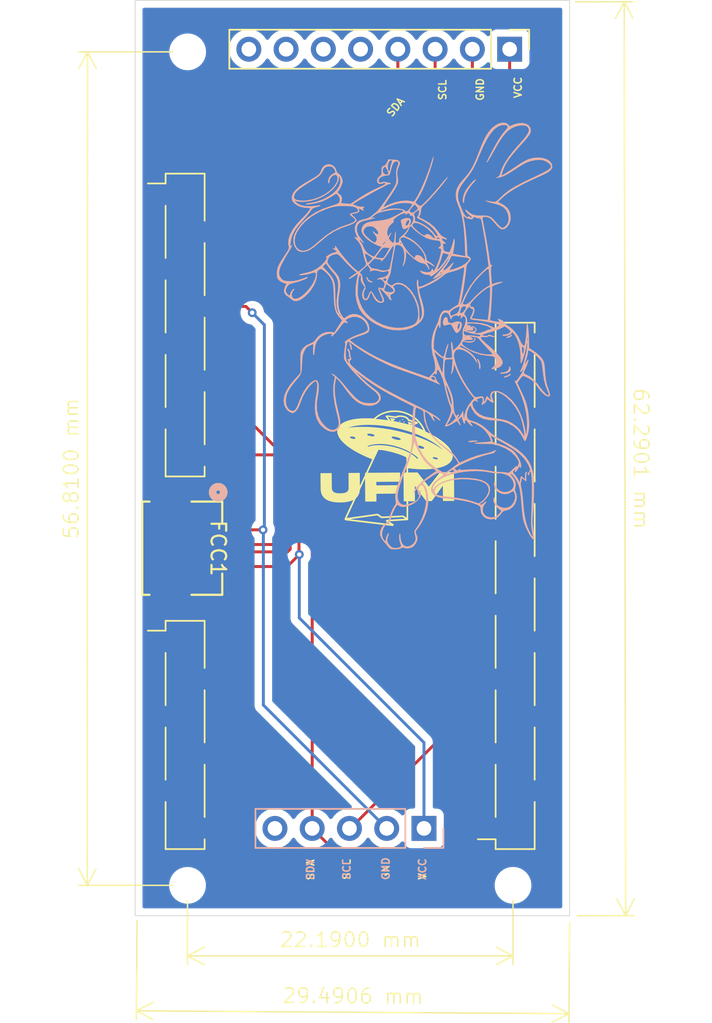
<source format=kicad_pcb>
(kicad_pcb (version 20240108) (generator "pcbnew") (generator_version "8.0")
  (layers (0 "F.Cu" signal) (31 "B.Cu" signal) (34 "B.Paste" user) (35 "F.Paste" user) (36 "B.SilkS" user "B.Silkscreen") (37 "F.SilkS" user "F.Silkscreen") (38 "B.Mask" user) (39 "F.Mask" user) (44 "Edge.Cuts" user))
  (net 0 "")
  (net 1 "/VCC")
  (net 2 "/MISO")
  (net 3 "/CSB")
  (net 4 "/GND")
  (net 5 "/SCK")
  (net 6 "/MOSI")
  (net 7 "/SCL")
  (net 8 "/SDA")
  (footprint "" (layer "F.Cu") (at 115.94 60.78)
    (property "Reference" "" (at 0 0 0) (layer "F.SilkS") (effects (font (size 1.27 1.27))))
    (property "Value" "")
    (pad "" np_thru_hole circle (at 0 0) (size 2 2) (drill 2) (layers "*.Cu" "*.Mask"))
  )
  (footprint "Connector_PinSocket_2.54mm:PinSocket_1x08_P2.54mm_Vertical_SMD_Pin1Left" (layer "F.Cu") (at 115.765 79.4)
    (property "Reference" "Topleft1" (hide yes))
    (property "Value" "Conn_01x08" (hide yes))
    (pad "1" smd rect (at -1.65 -8.89) (size 1.9 1) (layers "F.Cu" "F.Paste" "F.Mask"))
    (pad "2" smd rect (at 1.65 -6.35) (size 1.9 1) (layers "F.Cu" "F.Paste" "F.Mask") (net 1 "/VCC"))
    (pad "3" smd rect (at -1.65 -3.81) (size 1.9 1) (layers "F.Cu" "F.Paste" "F.Mask"))
    (pad "4" smd rect (at 1.65 -1.27) (size 1.9 1) (layers "F.Cu" "F.Paste" "F.Mask") (net 4 "/GND"))
    (pad "5" smd rect (at -1.65 1.27) (size 1.9 1) (layers "F.Cu" "F.Paste" "F.Mask"))
    (pad "6" smd rect (at 1.65 3.81) (size 1.9 1) (layers "F.Cu" "F.Paste" "F.Mask") (net 5 "/SCK"))
    (pad "7" smd rect (at -1.65 6.35) (size 1.9 1) (layers "F.Cu" "F.Paste" "F.Mask") (net 6 "/MOSI"))
    (pad "8" smd rect (at 1.65 8.89) (size 1.9 1) (layers "F.Cu" "F.Paste" "F.Mask") (net 2 "/MISO"))
  )
  (footprint "" (layer "F.Cu") (at 138.12 117.59)
    (property "Reference" "" (at 0 0 0) (layer "F.SilkS") (effects (font (size 1.27 1.27))))
    (property "Value" "")
    (pad "" np_thru_hole circle (at 0 0) (size 2 2) (drill 2) (layers "*.Cu" "*.Mask"))
  )
  (footprint "Connector_PinHeader_2.54mm:PinHeader_1x08_P2.54mm_Vertical" (layer "F.Cu") (at 137.89 60.6 -90)
    (property "Reference" "MPUCONN1" (hide yes))
    (property "Value" "Conn_01x04" (hide yes))
    (pad "1" thru_hole rect (at 0 0 270) (size 1.7 1.7) (drill 1) (layers "*.Cu" "*.Mask") (net 1 "/VCC"))
    (pad "2" thru_hole oval (at 0 2.54 270) (size 1.7 1.7) (drill 1) (layers "*.Cu" "*.Mask") (net 4 "/GND"))
    (pad "3" thru_hole oval (at 0 5.08 270) (size 1.7 1.7) (drill 1) (layers "*.Cu" "*.Mask") (net 7 "/SCL"))
    (pad "4" thru_hole oval (at 0 7.62 270) (size 1.7 1.7) (drill 1) (layers "*.Cu" "*.Mask") (net 8 "/SDA"))
    (pad "5" thru_hole oval (at 0 10.16 270) (size 1.7 1.7) (drill 1) (layers "*.Cu" "*.Mask"))
    (pad "6" thru_hole oval (at 0 12.7 270) (size 1.7 1.7) (drill 1) (layers "*.Cu" "*.Mask"))
    (pad "7" thru_hole oval (at 0 15.24 270) (size 1.7 1.7) (drill 1) (layers "*.Cu" "*.Mask"))
    (pad "8" thru_hole oval (at 0 17.78 270) (size 1.7 1.7) (drill 1) (layers "*.Cu" "*.Mask"))
  )
  (footprint "" (layer "F.Cu") (at 115.93 117.59)
    (property "Reference" "" (at 0 0 0) (layer "F.SilkS") (effects (font (size 1.27 1.27))))
    (property "Value" "")
    (pad "" np_thru_hole circle (at 0 0) (size 2 2) (drill 2) (layers "*.Cu" "*.Mask"))
  )
  (footprint "Connector_PinSocket_2.54mm:PinSocket_1x06_P2.54mm_Vertical_SMD_Pin1Left" (layer "F.Cu") (at 115.765 107.34)
    (property "Reference" "BotLeft1" (hide yes))
    (property "Value" "Conn_01x06" (hide yes))
    (pad "1" smd rect (at -1.65 -6.35) (size 1.9 1) (layers "F.Cu" "F.Paste" "F.Mask") (net 3 "/CSB"))
    (pad "2" smd rect (at 1.65 -3.81) (size 1.9 1) (layers "F.Cu" "F.Paste" "F.Mask"))
    (pad "3" smd rect (at -1.65 -1.27) (size 1.9 1) (layers "F.Cu" "F.Paste" "F.Mask"))
    (pad "4" smd rect (at 1.65 1.27) (size 1.9 1) (layers "F.Cu" "F.Paste" "F.Mask"))
    (pad "5" smd rect (at -1.65 3.81) (size 1.9 1) (layers "F.Cu" "F.Paste" "F.Mask"))
    (pad "6" smd rect (at 1.65 6.35) (size 1.9 1) (layers "F.Cu" "F.Paste" "F.Mask"))
  )
  (footprint "Connector_PinSocket_2.54mm:PinSocket_1x14_P2.54mm_Vertical_SMD_Pin1Right" (layer "F.Cu") (at 138.265 97.18 180)
    (property "Reference" "RightSide1" (hide yes))
    (property "Value" "Conn_01x14" (hide yes))
    (pad "1" smd rect (at 1.65 -16.51 180) (size 1.9 1) (layers "F.Cu" "F.Paste" "F.Mask"))
    (pad "2" smd rect (at -1.65 -13.97 180) (size 1.9 1) (layers "F.Cu" "F.Paste" "F.Mask"))
    (pad "3" smd rect (at 1.65 -11.43 180) (size 1.9 1) (layers "F.Cu" "F.Paste" "F.Mask"))
    (pad "4" smd rect (at -1.65 -8.89 180) (size 1.9 1) (layers "F.Cu" "F.Paste" "F.Mask"))
    (pad "5" smd rect (at 1.65 -6.35 180) (size 1.9 1) (layers "F.Cu" "F.Paste" "F.Mask"))
    (pad "6" smd rect (at -1.65 -3.81 180) (size 1.9 1) (layers "F.Cu" "F.Paste" "F.Mask"))
    (pad "7" smd rect (at 1.65 -1.27 180) (size 1.9 1) (layers "F.Cu" "F.Paste" "F.Mask"))
    (pad "8" smd rect (at -1.65 1.27 180) (size 1.9 1) (layers "F.Cu" "F.Paste" "F.Mask"))
    (pad "9" smd rect (at 1.65 3.81 180) (size 1.9 1) (layers "F.Cu" "F.Paste" "F.Mask"))
    (pad "10" smd rect (at -1.65 6.35 180) (size 1.9 1) (layers "F.Cu" "F.Paste" "F.Mask") (net 8 "/SDA"))
    (pad "11" smd rect (at 1.65 8.89 180) (size 1.9 1) (layers "F.Cu" "F.Paste" "F.Mask") (net 7 "/SCL"))
    (pad "12" smd rect (at -1.65 11.43 180) (size 1.9 1) (layers "F.Cu" "F.Paste" "F.Mask") (net 4 "/GND"))
    (pad "13" smd rect (at 1.65 13.97 180) (size 1.9 1) (layers "F.Cu" "F.Paste" "F.Mask") (net 1 "/VCC"))
    (pad "14" smd rect (at -1.65 16.51 180) (size 1.9 1) (layers "F.Cu" "F.Paste" "F.Mask"))
  )
  (footprint "LOGO" (layer "F.Cu") (at 129.77 88.99)
    (property "Reference" "G***" (hide yes))
    (property "Value" "LOGO" (hide yes))
  )
  (footprint "MDVR:CONN_XF3M-0615-1B_OMR" (layer "F.Cu") (at 118.020187 95.86 -90)
    (property "Reference" "FCC1" (at -1.25 0 -90) (layer "F.SilkS"))
    (property "Value" "Conn_01x06" (hide yes))
    (pad "1" smd rect (at -2.5 0 270) (size 0.3 1.3) (layers "F.Cu" "F.Paste" "F.Mask") (net 4 "/GND"))
    (pad "2" smd rect (at -2.000001 0 270) (size 0.3 1.3) (layers "F.Cu" "F.Paste" "F.Mask") (net 6 "/MOSI"))
    (pad "3" smd rect (at -1.5 0 270) (size 0.3 1.3) (layers "F.Cu" "F.Paste" "F.Mask") (net 2 "/MISO"))
    (pad "4" smd rect (at -1.000001 0 270) (size 0.3 1.3) (layers "F.Cu" "F.Paste" "F.Mask") (net 5 "/SCK"))
    (pad "5" smd rect (at -0.499999 0 270) (size 0.3 1.3) (layers "F.Cu" "F.Paste" "F.Mask") (net 3 "/CSB"))
    (pad "6" smd rect (at 0 0 270) (size 0.3 1.3) (layers "F.Cu" "F.Paste" "F.Mask") (net 1 "/VCC"))
    (pad "7" smd rect (at -4.4 3.250001 270) (size 1.8 2.2) (layers "F.Cu" "F.Paste" "F.Mask"))
    (pad "8" smd rect (at 1.9 3.250001 270) (size 1.8 2.2) (layers "F.Cu" "F.Paste" "F.Mask"))
  )
  (footprint "LOGO" (layer "B.Cu") (at 131.26 80.2 90)
    (property "Reference" "G***" (hide yes))
    (property "Value" "LOGO" (hide yes))
  )
  (footprint "Connector_PinHeader_2.54mm:PinHeader_1x05_P2.54mm_Vertical" (layer "B.Cu") (at 132.05 113.71 90)
    (property "Reference" "MDVRCONN1" (hide yes))
    (property "Value" "Conn_01x04" (hide yes))
    (pad "1" thru_hole rect (at 0 0 90) (size 1.7 1.7) (drill 1) (layers "*.Cu" "*.Mask") (net 1 "/VCC"))
    (pad "2" thru_hole oval (at 0 -2.54 90) (size 1.7 1.7) (drill 1) (layers "*.Cu" "*.Mask") (net 4 "/GND"))
    (pad "3" thru_hole oval (at 0 -5.08 90) (size 1.7 1.7) (drill 1) (layers "*.Cu" "*.Mask") (net 7 "/SCL"))
    (pad "4" thru_hole oval (at 0 -7.62 90) (size 1.7 1.7) (drill 1) (layers "*.Cu" "*.Mask") (net 8 "/SDA"))
    (pad "5" thru_hole oval (at 0 -10.16 90) (size 1.7 1.7) (drill 1) (layers "*.Cu" "*.Mask"))
  )
  (gr_rect (start 112.36 57.27) (end 141.98 119.66) (stroke (width 0.05)) (fill none) (layer "Edge.Cuts"))
  (gr_text "GND\n" (at 129.1 117.28 -90) (layer "B.SilkS") (effects (font (size 0.5 0.5) (thickness 0.1)) (justify left bottom mirror)))
  (gr_text "VCC" (at 131.6 117.26 -90) (layer "B.SilkS") (effects (font (size 0.5 0.5) (thickness 0.1)) (justify left bottom mirror)))
  (gr_text "SCL" (at 126.44 117.26 -90) (layer "B.SilkS") (effects (font (size 0.5 0.5) (thickness 0.1)) (justify left bottom mirror)))
  (gr_text "SDA" (at 123.97 117.28 -90) (layer "B.SilkS") (effects (font (size 0.5 0.5) (thickness 0.1)) (justify left bottom mirror)))
  (gr_text "VCC" (at 132.24 117.26 90) (layer "F.SilkS") (effects (font (size 0.5 0.5) (thickness 0.1)) (justify left bottom)))
  (gr_text "GND\n" (at 136.17 64.17 90) (layer "F.SilkS") (effects (font (size 0.5 0.5) (thickness 0.1)) (justify left bottom)))
  (gr_text "SCL" (at 127.08 117.26 90) (layer "F.SilkS") (effects (font (size 0.5 0.5) (thickness 0.1)) (justify left bottom)))
  (gr_text "SDA\n" (at 129.85 65.32 50) (layer "F.SilkS") (effects (font (size 0.5 0.5) (thickness 0.1)) (justify left bottom)))
  (gr_text "SCL\n" (at 133.61 64.13 90) (layer "F.SilkS") (effects (font (size 0.5 0.5) (thickness 0.1)) (justify left bottom)))
  (gr_text "VCC" (at 138.75 63.99 90) (layer "F.SilkS") (effects (font (size 0.5 0.5) (thickness 0.1)) (justify left bottom)))
  (gr_text "SDA" (at 124.61 117.3 90) (layer "F.SilkS") (effects (font (size 0.5 0.5) (thickness 0.1)) (justify left bottom)))
  (gr_text "GND\n" (at 129.74 117.28 90) (layer "F.SilkS") (effects (font (size 0.5 0.5) (thickness 0.1)) (justify left bottom)))
  (dimension (type aligned) (layer "F.SilkS") (pts (xy 138.12 117.59) (xy 115.93 117.59)) (height -4.81) (gr_text "22.1900 mm" (at 127.025 121.3 0) (layer "F.SilkS") (effects (font (size 1 1) (thickness 0.1)))) (format (prefix "") (suffix "") (units 3) (units_format 1) (precision 4)) (style (thickness 0.1) (arrow_length 1.27) (text_position_mode 0) (extension_height 0.58642) (extension_offset 0.5) keep_text_aligned))
  (dimension (type aligned) (layer "F.SilkS") (pts (xy 112.49 119.47) (xy 141.98 119.66)) (height 6.675456) (gr_text "29.4906 mm" (at 127.199079 125.14034 359.6308563) (layer "F.SilkS") (effects (font (size 1 1) (thickness 0.1)))) (format (prefix "") (suffix "") (units 3) (units_format 1) (precision 4)) (style (thickness 0.1) (arrow_length 1.27) (text_position_mode 0) (extension_height 0.58642) (extension_offset 0.5) keep_text_aligned))
  (dimension (type aligned) (layer "F.SilkS") (pts (xy 115.94 60.78) (xy 115.93 117.59)) (height 6.829245) (gr_text "56.8100 mm" (at 108.005755 89.183604 89.98991449) (layer "F.SilkS") (effects (font (size 1 1) (thickness 0.1)))) (format (prefix "") (suffix "") (units 3) (units_format 1) (precision 4)) (style (thickness 0.1) (arrow_length 1.27) (text_position_mode 0) (extension_height 0.58642) (extension_offset 0.5) keep_text_aligned))
  (dimension (type aligned) (layer "F.SilkS") (pts (xy 141.89 57.37) (xy 141.98 119.66)) (height -3.815183) (gr_text "62.2901 mm" (at 146.850178 88.507899 270.082784) (layer "F.SilkS") (effects (font (size 1 1) (thickness 0.1)))) (format (prefix "") (suffix "") (units 3) (units_format 1) (precision 4)) (style (thickness 0.1) (arrow_length 1.27) (text_position_mode 0) (extension_height 0.58642) (extension_offset 0.5) keep_text_aligned))
  (segment (start 136.74 64.93) (end 136.74 83.085) (width 0.2) (layer "F.Cu") (net 1))
  (segment (start 123.55 95.04) (end 123.53 95.02) (width 0.2) (layer "F.Cu") (net 1))
  (segment (start 137.89 63.78) (end 136.74 64.93) (width 0.2) (layer "F.Cu") (net 1))
  (segment (start 136.74 83.085) (end 136.615 83.21) (width 0.2) (layer "F.Cu") (net 1))
  (segment (start 123.53 95.02) (end 123.53 79.165) (width 0.2) (layer "F.Cu") (net 1))
  (segment (start 123.53 79.165) (end 117.415 73.05) (width 0.2) (layer "F.Cu") (net 1))
  (segment (start 137.89 60.6) (end 137.89 63.78) (width 0.2) (layer "F.Cu") (net 1))
  (segment (start 122.73 95.86) (end 118.020187 95.86) (width 0.2) (layer "F.Cu") (net 1))
  (segment (start 123.55 95.04) (end 122.73 95.86) (width 0.2) (layer "F.Cu") (net 1))
  (via (at 123.55 95.04) (size 0.6) (drill 0.3) (layers "F.Cu" "B.Cu") (net 1))
  (segment (start 123.55 99.36) (end 132.05 107.86) (width 0.2) (layer "B.Cu") (net 1))
  (segment (start 132.05 107.86) (end 132.05 113.71) (width 0.2) (layer "B.Cu") (net 1))
  (segment (start 123.55 95.04) (end 123.55 99.36) (width 0.2) (layer "B.Cu") (net 1))
  (segment (start 122.25 88.610686) (end 122.25 94.36) (width 0.2) (layer "F.Cu") (net 2))
  (segment (start 122.25 94.36) (end 118.020187 94.36) (width 0.2) (layer "F.Cu") (net 2))
  (segment (start 121.889314 88.25) (end 122.25 88.610686) (width 0.2) (layer "F.Cu") (net 2))
  (segment (start 117.455 88.25) (end 121.889314 88.25) (width 0.2) (layer "F.Cu") (net 2))
  (segment (start 117.415 88.29) (end 117.455 88.25) (width 0.2) (layer "F.Cu") (net 2))
  (segment (start 116.89 95.590187) (end 116.89 98.215) (width 0.2) (layer "F.Cu") (net 3))
  (segment (start 117.120186 95.360001) (end 116.89 95.590187) (width 0.2) (layer "F.Cu") (net 3))
  (segment (start 116.89 98.215) (end 114.115 100.99) (width 0.2) (layer "F.Cu") (net 3))
  (segment (start 118.020187 95.360001) (end 117.120186 95.360001) (width 0.2) (layer "F.Cu") (net 3))
  (segment (start 134.59 85.75) (end 139.915 85.75) (width 0.2) (layer "F.Cu") (net 4))
  (segment (start 135.39 66.05) (end 133.79 67.65) (width 0.2) (layer "F.Cu") (net 4))
  (segment (start 121.08 93.36) (end 118.020187 93.36) (width 0.2) (layer "F.Cu") (net 4))
  (segment (start 119.91 78.13) (end 117.415 78.13) (width 0.2) (layer "F.Cu") (net 4))
  (segment (start 133.79 84.95) (end 134.59 85.75) (width 0.2) (layer "F.Cu") (net 4))
  (segment (start 133.79 67.65) (end 133.79 84.95) (width 0.2) (layer "F.Cu") (net 4))
  (segment (start 135.35 60.6) (end 135.35 66.01) (width 0.2) (layer "F.Cu") (net 4))
  (segment (start 120.34 78.56) (end 119.91 78.13) (width 0.2) (layer "F.Cu") (net 4))
  (segment (start 135.35 66.01) (end 135.39 66.05) (width 0.2) (layer "F.Cu") (net 4))
  (via (at 120.34 78.56) (size 0.6) (drill 0.3) (layers "F.Cu" "B.Cu") (net 4))
  (via (at 121.08 93.36) (size 0.6) (drill 0.3) (layers "F.Cu" "B.Cu") (net 4))
  (segment (start 121.17 79.39) (end 120.34 78.56) (width 0.2) (layer "B.Cu") (net 4))
  (segment (start 121.1 105.3) (end 129.51 113.71) (width 0.2) (layer "B.Cu") (net 4))
  (segment (start 121.17 93.27) (end 121.17 79.39) (width 0.2) (layer "B.Cu") (net 4))
  (segment (start 121.08 93.36) (end 121.17 93.27) (width 0.2) (layer "B.Cu") (net 4))
  (segment (start 121.08 93.36) (end 121.1 93.38) (width 0.2) (layer "B.Cu") (net 4))
  (segment (start 121.1 93.38) (end 121.1 105.3) (width 0.2) (layer "B.Cu") (net 4))
  (segment (start 122.93 88.725) (end 122.93 94.68) (width 0.2) (layer "F.Cu") (net 5))
  (segment (start 122.750001 94.859999) (end 118.020187 94.859999) (width 0.2) (layer "F.Cu") (net 5))
  (segment (start 117.415 83.21) (end 122.93 88.725) (width 0.2) (layer "F.Cu") (net 5))
  (segment (start 122.93 94.68) (end 122.750001 94.859999) (width 0.2) (layer "F.Cu") (net 5))
  (segment (start 117.120186 93.859999) (end 118.020187 93.859999) (width 0.2) (layer "F.Cu") (net 6))
  (segment (start 117.070187 90.530187) (end 117.070187 93.81) (width 0.2) (layer "F.Cu") (net 6))
  (segment (start 114.115 85.75) (end 114.115 87.575) (width 0.2) (layer "F.Cu") (net 6))
  (segment (start 117.070187 93.81) (end 117.120186 93.859999) (width 0.2) (layer "F.Cu") (net 6))
  (segment (start 114.115 87.575) (end 117.070187 90.530187) (width 0.2) (layer "F.Cu") (net 6))
  (segment (start 136.165 88.29) (end 132.81 84.935) (width 0.2) (layer "F.Cu") (net 7))
  (segment (start 133.55 107.19) (end 127.03 113.71) (width 0.2) (layer "F.Cu") (net 7))
  (segment (start 136.615 88.29) (end 136.615 90.43) (width 0.2) (layer "F.Cu") (net 7))
  (segment (start 133.55 92.544314) (end 133.55 107.19) (width 0.2) (layer "F.Cu") (net 7))
  (segment (start 136.615 90.43) (end 135.664314 90.43) (width 0.2) (layer "F.Cu") (net 7))
  (segment (start 132.81 84.935) (end 132.81 60.6) (width 0.2) (layer "F.Cu") (net 7))
  (segment (start 127.03 113.71) (end 126.97 113.71) (width 0.2) (layer "F.Cu") (net 7))
  (segment (start 136.615 88.29) (end 136.165 88.29) (width 0.2) (layer "F.Cu") (net 7))
  (segment (start 135.664314 90.43) (end 133.55 92.544314) (width 0.2) (layer "F.Cu") (net 7))
  (segment (start 135.95 88.29) (end 136.615 88.29) (width 0.2) (layer "F.Cu") (net 7))
  (segment (start 135.24 91.53) (end 135.13 91.53) (width 0.2) (layer "F.Cu") (net 8))
  (segment (start 124.43 69.44) (end 124.43 113.71) (width 0.2) (layer "F.Cu") (net 8))
  (segment (start 139.915 90.83) (end 135.94 90.83) (width 0.2) (layer "F.Cu") (net 8))
  (segment (start 125.96 115.24) (end 124.43 113.71) (width 0.2) (layer "F.Cu") (net 8))
  (segment (start 133.95 92.71) (end 133.95 115.24) (width 0.2) (layer "F.Cu") (net 8))
  (segment (start 130.27 63.6) (end 124.43 69.44) (width 0.2) (layer "F.Cu") (net 8))
  (segment (start 130.27 60.6) (end 130.27 63.6) (width 0.2) (layer "F.Cu") (net 8))
  (segment (start 133.95 115.24) (end 125.96 115.24) (width 0.2) (layer "F.Cu") (net 8))
  (segment (start 135.94 90.83) (end 135.24 91.53) (width 0.2) (layer "F.Cu") (net 8))
  (segment (start 135.13 91.53) (end 133.95 92.71) (width 0.2) (layer "F.Cu") (net 8))
  (zone (net 0) (net_name "") (layer "B.Cu") (connect_pads (clearance 0.5)) (min_thickness 0.25) (fill yes (thermal_gap 0.5) (thermal_bridge_width 0.5) (island_removal_mode 1) (island_area_min 10))
    (polygon (pts (xy 112.47 57.45) (xy 141.89 57.37) (xy 141.91 119.56) (xy 112.49 119.47)))
  )
)
</source>
